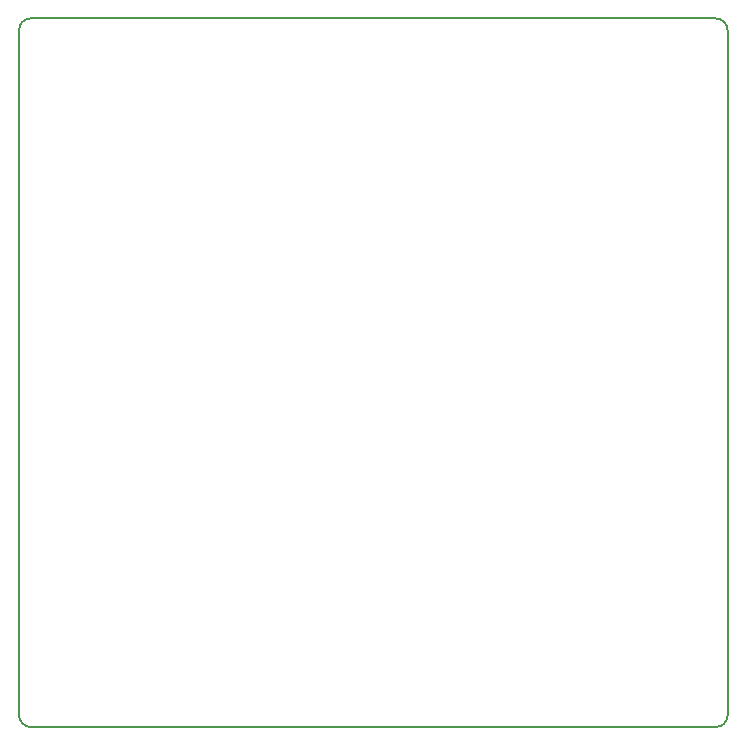
<source format=gm1>
G04*
G04 #@! TF.GenerationSoftware,Altium Limited,Altium Designer,21.9.1 (22)*
G04*
G04 Layer_Color=16711935*
%FSAX44Y44*%
%MOMM*%
G71*
G04*
G04 #@! TF.SameCoordinates,0D14A302-91A5-4368-AE17-AEAA60D505F3*
G04*
G04*
G04 #@! TF.FilePolarity,Positive*
G04*
G01*
G75*
%ADD12C,0.2000*%
D12*
X00590000Y00000000D02*
G03*
X00600000Y00010000I00000000J00010000D01*
G01*
Y00590000D02*
G03*
X00590000Y00600000I-00010000J00000000D01*
G01*
X00010000D02*
G03*
X00000000Y00590000I00000000J-00010000D01*
G01*
Y00010000D02*
G03*
X00010000Y00000000I00010000J00000000D01*
G01*
X00390000D02*
X00590000D01*
X00600000Y00010000D02*
Y00590000D01*
X00010000Y00600000D02*
X00590000D01*
X00000000Y00010000D02*
Y00590000D01*
X00010000Y00000000D02*
X00390000D01*
M02*

</source>
